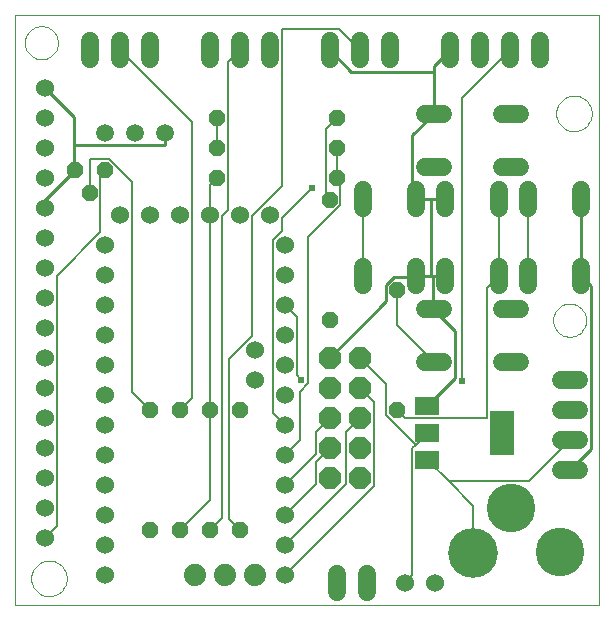
<source format=gtl>
G75*
%MOIN*%
%OFA0B0*%
%FSLAX24Y24*%
%IPPOS*%
%LPD*%
%AMOC8*
5,1,8,0,0,1.08239X$1,22.5*
%
%ADD10C,0.0000*%
%ADD11C,0.0600*%
%ADD12OC8,0.0520*%
%ADD13C,0.0594*%
%ADD14C,0.0594*%
%ADD15C,0.0600*%
%ADD16C,0.0740*%
%ADD17OC8,0.0740*%
%ADD18C,0.1660*%
%ADD19C,0.1620*%
%ADD20R,0.0790X0.0590*%
%ADD21R,0.0790X0.1500*%
%ADD22C,0.0100*%
%ADD23C,0.0080*%
%ADD24C,0.0240*%
D10*
X000100Y001383D02*
X000100Y021068D01*
X019592Y021068D01*
X019592Y001383D01*
X000100Y001383D01*
X000653Y002277D02*
X000655Y002325D01*
X000661Y002373D01*
X000671Y002420D01*
X000684Y002466D01*
X000702Y002511D01*
X000722Y002555D01*
X000747Y002597D01*
X000775Y002636D01*
X000805Y002673D01*
X000839Y002707D01*
X000876Y002739D01*
X000914Y002768D01*
X000955Y002793D01*
X000998Y002815D01*
X001043Y002833D01*
X001089Y002847D01*
X001136Y002858D01*
X001184Y002865D01*
X001232Y002868D01*
X001280Y002867D01*
X001328Y002862D01*
X001376Y002853D01*
X001422Y002841D01*
X001467Y002824D01*
X001511Y002804D01*
X001553Y002781D01*
X001593Y002754D01*
X001631Y002724D01*
X001666Y002691D01*
X001698Y002655D01*
X001728Y002617D01*
X001754Y002576D01*
X001776Y002533D01*
X001796Y002489D01*
X001811Y002444D01*
X001823Y002397D01*
X001831Y002349D01*
X001835Y002301D01*
X001835Y002253D01*
X001831Y002205D01*
X001823Y002157D01*
X001811Y002110D01*
X001796Y002065D01*
X001776Y002021D01*
X001754Y001978D01*
X001728Y001937D01*
X001698Y001899D01*
X001666Y001863D01*
X001631Y001830D01*
X001593Y001800D01*
X001553Y001773D01*
X001511Y001750D01*
X001467Y001730D01*
X001422Y001713D01*
X001376Y001701D01*
X001328Y001692D01*
X001280Y001687D01*
X001232Y001686D01*
X001184Y001689D01*
X001136Y001696D01*
X001089Y001707D01*
X001043Y001721D01*
X000998Y001739D01*
X000955Y001761D01*
X000914Y001786D01*
X000876Y001815D01*
X000839Y001847D01*
X000805Y001881D01*
X000775Y001918D01*
X000747Y001957D01*
X000722Y001999D01*
X000702Y002043D01*
X000684Y002088D01*
X000671Y002134D01*
X000661Y002181D01*
X000655Y002229D01*
X000653Y002277D01*
X018049Y010883D02*
X018051Y010930D01*
X018057Y010976D01*
X018067Y011022D01*
X018080Y011067D01*
X018098Y011110D01*
X018119Y011152D01*
X018143Y011192D01*
X018171Y011229D01*
X018202Y011264D01*
X018236Y011297D01*
X018272Y011326D01*
X018311Y011352D01*
X018352Y011375D01*
X018395Y011394D01*
X018439Y011410D01*
X018484Y011422D01*
X018530Y011430D01*
X018577Y011434D01*
X018623Y011434D01*
X018670Y011430D01*
X018716Y011422D01*
X018761Y011410D01*
X018805Y011394D01*
X018848Y011375D01*
X018889Y011352D01*
X018928Y011326D01*
X018964Y011297D01*
X018998Y011264D01*
X019029Y011229D01*
X019057Y011192D01*
X019081Y011152D01*
X019102Y011110D01*
X019120Y011067D01*
X019133Y011022D01*
X019143Y010976D01*
X019149Y010930D01*
X019151Y010883D01*
X019149Y010836D01*
X019143Y010790D01*
X019133Y010744D01*
X019120Y010699D01*
X019102Y010656D01*
X019081Y010614D01*
X019057Y010574D01*
X019029Y010537D01*
X018998Y010502D01*
X018964Y010469D01*
X018928Y010440D01*
X018889Y010414D01*
X018848Y010391D01*
X018805Y010372D01*
X018761Y010356D01*
X018716Y010344D01*
X018670Y010336D01*
X018623Y010332D01*
X018577Y010332D01*
X018530Y010336D01*
X018484Y010344D01*
X018439Y010356D01*
X018395Y010372D01*
X018352Y010391D01*
X018311Y010414D01*
X018272Y010440D01*
X018236Y010469D01*
X018202Y010502D01*
X018171Y010537D01*
X018143Y010574D01*
X018119Y010614D01*
X018098Y010656D01*
X018080Y010699D01*
X018067Y010744D01*
X018057Y010790D01*
X018051Y010836D01*
X018049Y010883D01*
X018153Y017777D02*
X018155Y017825D01*
X018161Y017873D01*
X018171Y017920D01*
X018184Y017966D01*
X018202Y018011D01*
X018222Y018055D01*
X018247Y018097D01*
X018275Y018136D01*
X018305Y018173D01*
X018339Y018207D01*
X018376Y018239D01*
X018414Y018268D01*
X018455Y018293D01*
X018498Y018315D01*
X018543Y018333D01*
X018589Y018347D01*
X018636Y018358D01*
X018684Y018365D01*
X018732Y018368D01*
X018780Y018367D01*
X018828Y018362D01*
X018876Y018353D01*
X018922Y018341D01*
X018967Y018324D01*
X019011Y018304D01*
X019053Y018281D01*
X019093Y018254D01*
X019131Y018224D01*
X019166Y018191D01*
X019198Y018155D01*
X019228Y018117D01*
X019254Y018076D01*
X019276Y018033D01*
X019296Y017989D01*
X019311Y017944D01*
X019323Y017897D01*
X019331Y017849D01*
X019335Y017801D01*
X019335Y017753D01*
X019331Y017705D01*
X019323Y017657D01*
X019311Y017610D01*
X019296Y017565D01*
X019276Y017521D01*
X019254Y017478D01*
X019228Y017437D01*
X019198Y017399D01*
X019166Y017363D01*
X019131Y017330D01*
X019093Y017300D01*
X019053Y017273D01*
X019011Y017250D01*
X018967Y017230D01*
X018922Y017213D01*
X018876Y017201D01*
X018828Y017192D01*
X018780Y017187D01*
X018732Y017186D01*
X018684Y017189D01*
X018636Y017196D01*
X018589Y017207D01*
X018543Y017221D01*
X018498Y017239D01*
X018455Y017261D01*
X018414Y017286D01*
X018376Y017315D01*
X018339Y017347D01*
X018305Y017381D01*
X018275Y017418D01*
X018247Y017457D01*
X018222Y017499D01*
X018202Y017543D01*
X018184Y017588D01*
X018171Y017634D01*
X018161Y017681D01*
X018155Y017729D01*
X018153Y017777D01*
X000443Y020133D02*
X000445Y020180D01*
X000451Y020226D01*
X000461Y020272D01*
X000474Y020317D01*
X000492Y020360D01*
X000513Y020402D01*
X000537Y020442D01*
X000565Y020479D01*
X000596Y020514D01*
X000630Y020547D01*
X000666Y020576D01*
X000705Y020602D01*
X000746Y020625D01*
X000789Y020644D01*
X000833Y020660D01*
X000878Y020672D01*
X000924Y020680D01*
X000971Y020684D01*
X001017Y020684D01*
X001064Y020680D01*
X001110Y020672D01*
X001155Y020660D01*
X001199Y020644D01*
X001242Y020625D01*
X001283Y020602D01*
X001322Y020576D01*
X001358Y020547D01*
X001392Y020514D01*
X001423Y020479D01*
X001451Y020442D01*
X001475Y020402D01*
X001496Y020360D01*
X001514Y020317D01*
X001527Y020272D01*
X001537Y020226D01*
X001543Y020180D01*
X001545Y020133D01*
X001543Y020086D01*
X001537Y020040D01*
X001527Y019994D01*
X001514Y019949D01*
X001496Y019906D01*
X001475Y019864D01*
X001451Y019824D01*
X001423Y019787D01*
X001392Y019752D01*
X001358Y019719D01*
X001322Y019690D01*
X001283Y019664D01*
X001242Y019641D01*
X001199Y019622D01*
X001155Y019606D01*
X001110Y019594D01*
X001064Y019586D01*
X001017Y019582D01*
X000971Y019582D01*
X000924Y019586D01*
X000878Y019594D01*
X000833Y019606D01*
X000789Y019622D01*
X000746Y019641D01*
X000705Y019664D01*
X000666Y019690D01*
X000630Y019719D01*
X000596Y019752D01*
X000565Y019787D01*
X000537Y019824D01*
X000513Y019864D01*
X000492Y019906D01*
X000474Y019949D01*
X000461Y019994D01*
X000451Y020040D01*
X000445Y020086D01*
X000443Y020133D01*
D11*
X001100Y018633D03*
X001100Y017633D03*
X001100Y016633D03*
X001100Y015633D03*
X001100Y014633D03*
X001100Y013633D03*
X001100Y012633D03*
X001100Y011633D03*
X001100Y010633D03*
X001100Y009633D03*
X001100Y008633D03*
X001100Y007633D03*
X001100Y006633D03*
X001100Y005633D03*
X001100Y004633D03*
X001100Y003633D03*
X003100Y003383D03*
X003100Y004383D03*
X003100Y005383D03*
X003100Y006383D03*
X003100Y007383D03*
X003100Y008383D03*
X003100Y009383D03*
X003100Y010383D03*
X003100Y011383D03*
X003100Y012383D03*
X003100Y013383D03*
X003600Y014383D03*
X004600Y014383D03*
X005600Y014383D03*
X006600Y014383D03*
X007600Y014383D03*
X008600Y014383D03*
X009100Y013383D03*
X009100Y012383D03*
X009100Y011383D03*
X009100Y010383D03*
X009100Y009383D03*
X009100Y008383D03*
X009100Y007383D03*
X009100Y006383D03*
X009100Y005383D03*
X009100Y004383D03*
X009100Y003383D03*
X009100Y002383D03*
X013100Y002133D03*
X014100Y002133D03*
X008100Y008883D03*
X008100Y009883D03*
X003100Y002383D03*
D12*
X004600Y003883D03*
X005600Y003883D03*
X006600Y003883D03*
X007600Y003883D03*
X007600Y007883D03*
X006600Y007883D03*
X005600Y007883D03*
X004600Y007883D03*
X010600Y010883D03*
X012850Y011883D03*
X010600Y014883D03*
X010850Y015633D03*
X010850Y016633D03*
X010850Y017633D03*
X006850Y017633D03*
X006850Y016633D03*
X006850Y015633D03*
X003100Y015883D03*
X002600Y015133D03*
X002100Y015883D03*
X012850Y007883D03*
D13*
X005100Y017133D03*
X004100Y017133D03*
X003100Y017133D03*
D14*
X002600Y019586D02*
X002600Y020180D01*
X003600Y020180D02*
X003600Y019586D01*
X004600Y019586D02*
X004600Y020180D01*
X006600Y020180D02*
X006600Y019586D01*
X007600Y019586D02*
X007600Y020180D01*
X008600Y020180D02*
X008600Y019586D01*
X010600Y019586D02*
X010600Y020180D01*
X011600Y020180D02*
X011600Y019586D01*
X012600Y019586D02*
X012600Y020180D01*
X014600Y020180D02*
X014600Y019586D01*
X015600Y019586D02*
X015600Y020180D01*
X016600Y020180D02*
X016600Y019586D01*
X017600Y019586D02*
X017600Y020180D01*
X018303Y008883D02*
X018897Y008883D01*
X018897Y007883D02*
X018303Y007883D01*
X018303Y006883D02*
X018897Y006883D01*
X018897Y005883D02*
X018303Y005883D01*
X011850Y002430D02*
X011850Y001836D01*
X010850Y001836D02*
X010850Y002430D01*
D15*
X013770Y009493D02*
X014370Y009493D01*
X014370Y011273D02*
X013770Y011273D01*
X013490Y012053D02*
X013490Y012653D01*
X014460Y012653D02*
X014460Y012053D01*
X016240Y012053D02*
X016240Y012653D01*
X017210Y012653D02*
X017210Y012053D01*
X016930Y011273D02*
X016330Y011273D01*
X016330Y009493D02*
X016930Y009493D01*
X018990Y012053D02*
X018990Y012653D01*
X018990Y014613D02*
X018990Y015213D01*
X017210Y015213D02*
X017210Y014613D01*
X016240Y014613D02*
X016240Y015213D01*
X016330Y015993D02*
X016930Y015993D01*
X016930Y017773D02*
X016330Y017773D01*
X014370Y017773D02*
X013770Y017773D01*
X013770Y015993D02*
X014370Y015993D01*
X014460Y015213D02*
X014460Y014613D01*
X013490Y014613D02*
X013490Y015213D01*
X011710Y015213D02*
X011710Y014613D01*
X011710Y012653D02*
X011710Y012053D01*
D16*
X008100Y002383D03*
X007100Y002383D03*
X006100Y002383D03*
D17*
X010600Y005633D03*
X011600Y005633D03*
X011600Y006633D03*
X011600Y007633D03*
X010600Y007633D03*
X010600Y006633D03*
X010600Y008633D03*
X010600Y009633D03*
X011600Y009633D03*
X011600Y008633D03*
D18*
X015386Y003133D03*
D19*
X016637Y004614D03*
X018269Y003143D03*
D20*
X013860Y006223D03*
X013860Y007123D03*
X013860Y008023D03*
D21*
X016340Y007133D03*
D22*
X014780Y008943D02*
X014780Y010523D01*
X014080Y011223D01*
X014070Y011273D01*
X014040Y011313D01*
X014040Y012353D01*
X013980Y012353D01*
X013980Y014913D01*
X013490Y014913D01*
X013460Y014953D01*
X013360Y015053D01*
X013360Y017053D01*
X014040Y017733D01*
X014070Y017773D01*
X014070Y019173D01*
X011310Y019173D01*
X010600Y019883D01*
X014070Y019353D02*
X014070Y019173D01*
X014070Y019353D02*
X014600Y019883D01*
X014460Y014913D02*
X013980Y014913D01*
X013980Y012353D02*
X013490Y012353D01*
X013450Y012323D01*
X012760Y012323D01*
X012480Y012043D01*
X012480Y011513D01*
X010600Y009633D01*
X013860Y008023D02*
X014780Y008943D01*
X014460Y012353D02*
X014040Y012353D01*
X018990Y012353D02*
X019020Y012313D01*
X019310Y012023D01*
X019310Y006593D01*
X018600Y005883D01*
X018990Y012353D02*
X018990Y014913D01*
X005100Y016723D02*
X005100Y017133D01*
X005100Y016723D02*
X002070Y016723D01*
X002070Y017663D01*
X001100Y018633D01*
X002070Y016723D02*
X002070Y015923D01*
X002100Y015883D01*
X001100Y014883D01*
X001100Y014633D01*
D23*
X002600Y015133D02*
X002600Y016243D01*
X003250Y016243D01*
X004000Y015493D01*
X004000Y008483D01*
X004600Y007883D01*
X005600Y007883D02*
X006000Y008283D01*
X006000Y017483D01*
X003600Y019883D01*
X006850Y017633D02*
X006850Y016633D01*
X006850Y015633D02*
X006600Y015383D01*
X006600Y014383D01*
X006600Y007883D01*
X006600Y004883D01*
X005600Y003883D01*
X006600Y003883D02*
X007000Y004283D01*
X007000Y014353D01*
X007210Y014563D01*
X007210Y019493D01*
X007600Y019883D01*
X009000Y020583D02*
X009000Y015353D01*
X008000Y014353D01*
X008000Y010353D01*
X007240Y009593D01*
X007240Y004243D01*
X007600Y003883D01*
X009100Y003383D02*
X011130Y005413D01*
X011130Y007163D01*
X011600Y007633D01*
X012070Y008163D02*
X011600Y008633D01*
X012070Y008163D02*
X012070Y005353D01*
X009100Y002383D01*
X009100Y004383D02*
X010130Y005413D01*
X010130Y006163D01*
X010600Y006633D01*
X010130Y006413D02*
X010130Y007163D01*
X010600Y007633D01*
X009600Y006883D02*
X009600Y008503D01*
X009880Y008783D01*
X009880Y013653D01*
X010960Y014733D01*
X010960Y015513D01*
X010870Y015603D01*
X010850Y015633D01*
X010850Y016633D01*
X010490Y017273D02*
X010490Y014993D01*
X010600Y014883D01*
X010000Y015293D02*
X009000Y014293D01*
X009000Y013853D01*
X008700Y013553D01*
X008700Y007783D01*
X009100Y007383D01*
X009600Y006883D02*
X009100Y006383D01*
X009100Y005383D02*
X010130Y006413D01*
X009660Y008883D02*
X009500Y009043D01*
X009500Y010983D01*
X009100Y011383D01*
X011710Y012353D02*
X011710Y014913D01*
X010490Y017273D02*
X010850Y017633D01*
X011600Y019883D02*
X010900Y020583D01*
X009000Y020583D01*
X003100Y015883D02*
X002960Y015743D01*
X002960Y013813D01*
X001500Y012353D01*
X001500Y004033D01*
X001100Y003633D01*
X011600Y009633D02*
X012490Y008743D01*
X012490Y007733D01*
X013485Y006738D01*
X013360Y006613D01*
X013360Y002393D01*
X013100Y002133D01*
X015380Y003133D02*
X015386Y003133D01*
X015380Y003133D02*
X015380Y004703D01*
X014575Y005508D01*
X014600Y005533D01*
X017250Y005533D01*
X018600Y006883D01*
X015840Y007623D02*
X015840Y011943D01*
X016220Y012323D01*
X016240Y012353D01*
X016240Y014913D01*
X017210Y014913D02*
X017210Y012353D01*
X014070Y009493D02*
X012850Y010713D01*
X012850Y011883D01*
X015010Y008873D02*
X015010Y018293D01*
X016600Y019883D01*
X012850Y007883D02*
X013110Y007623D01*
X015840Y007623D01*
X013860Y007123D02*
X013840Y007093D01*
X013485Y006738D01*
X013860Y006223D02*
X014575Y005508D01*
D24*
X015010Y008873D03*
X009660Y008883D03*
X010000Y015293D03*
M02*

</source>
